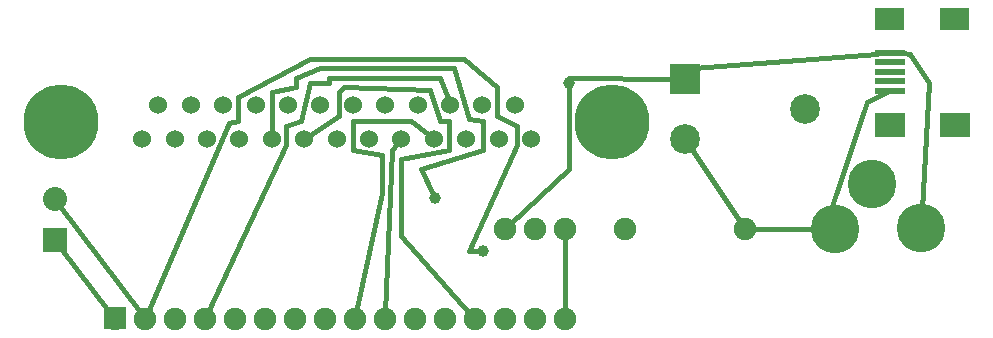
<source format=gtl>
G04 MADE WITH FRITZING*
G04 WWW.FRITZING.ORG*
G04 DOUBLE SIDED*
G04 HOLES PLATED*
G04 CONTOUR ON CENTER OF CONTOUR VECTOR*
%ASAXBY*%
%FSLAX23Y23*%
%MOIN*%
%OFA0B0*%
%SFA1.0B1.0*%
%ADD10C,0.075000*%
%ADD11C,0.162000*%
%ADD12C,0.060000*%
%ADD13C,0.250000*%
%ADD14C,0.099000*%
%ADD15C,0.080000*%
%ADD16C,0.039370*%
%ADD17R,0.075000X0.075000*%
%ADD18R,0.098425X0.019685*%
%ADD19R,0.098425X0.078740*%
%ADD20R,0.099000X0.099000*%
%ADD21R,0.080000X0.080000*%
%ADD22C,0.016000*%
%ADD23R,0.001000X0.001000*%
%LNCOPPER1*%
G90*
G70*
G54D10*
X1648Y377D03*
X1748Y377D03*
X1848Y377D03*
X2048Y377D03*
X2448Y377D03*
X348Y77D03*
X448Y77D03*
X548Y77D03*
X648Y77D03*
X748Y77D03*
X848Y77D03*
X948Y77D03*
X1048Y77D03*
X1148Y77D03*
X1248Y77D03*
X1348Y77D03*
X1448Y77D03*
X1548Y77D03*
X1648Y77D03*
X1748Y77D03*
X1848Y77D03*
G54D11*
X2748Y377D03*
X3037Y378D03*
X2874Y525D03*
X2748Y377D03*
X3037Y378D03*
X2874Y525D03*
G54D12*
X1736Y677D03*
X1628Y677D03*
X1520Y677D03*
X1412Y677D03*
X1304Y677D03*
X1196Y677D03*
X1088Y677D03*
X980Y677D03*
X872Y677D03*
X764Y677D03*
X656Y677D03*
X548Y677D03*
X440Y677D03*
X1682Y789D03*
X1574Y789D03*
X1466Y789D03*
X1358Y789D03*
X1250Y789D03*
X1142Y789D03*
X1034Y789D03*
X926Y789D03*
X818Y789D03*
X710Y789D03*
X602Y789D03*
X494Y789D03*
G54D13*
X2006Y733D03*
X170Y733D03*
G54D14*
X2248Y677D03*
X2248Y877D03*
X2648Y777D03*
G54D15*
X148Y339D03*
X148Y477D03*
G54D16*
X1864Y864D03*
X1576Y304D03*
X1416Y480D03*
G54D17*
X348Y78D03*
G54D18*
X2932Y900D03*
X2932Y869D03*
X2932Y963D03*
X2932Y932D03*
G54D19*
X3148Y723D03*
X2932Y723D03*
G54D18*
X2932Y837D03*
G54D20*
X2248Y877D03*
G54D21*
X148Y339D03*
G54D22*
X1848Y100D02*
X1848Y354D01*
D02*
X1249Y100D02*
X1272Y640D01*
X1272Y640D02*
X1289Y660D01*
D02*
X1394Y691D02*
X1336Y736D01*
X1336Y736D02*
X1144Y736D01*
X1144Y736D02*
X1144Y640D01*
X1144Y640D02*
X1240Y624D01*
X1240Y624D02*
X1240Y496D01*
X1240Y496D02*
X1153Y100D01*
D02*
X1000Y690D02*
X1096Y752D01*
X1096Y752D02*
X1096Y832D01*
X1096Y832D02*
X1112Y848D01*
X1112Y848D02*
X1400Y840D01*
X1400Y840D02*
X1432Y736D01*
X1432Y736D02*
X1464Y736D01*
X1464Y736D02*
X1464Y640D01*
X1464Y640D02*
X1304Y608D01*
X1304Y608D02*
X1304Y352D01*
X1304Y352D02*
X1533Y94D01*
D02*
X1458Y811D02*
X1432Y880D01*
X1432Y880D02*
X1064Y880D01*
X1064Y880D02*
X1064Y864D01*
X1064Y864D02*
X1000Y864D01*
X1000Y864D02*
X968Y736D01*
X968Y736D02*
X920Y720D01*
X920Y720D02*
X920Y656D01*
X920Y656D02*
X658Y98D01*
D02*
X872Y700D02*
X872Y832D01*
X872Y832D02*
X952Y848D01*
X952Y848D02*
X952Y880D01*
X952Y880D02*
X1032Y912D01*
X1032Y912D02*
X1480Y912D01*
X1480Y912D02*
X1528Y744D01*
X1528Y744D02*
X1576Y736D01*
X1576Y736D02*
X1576Y640D01*
X1576Y640D02*
X1368Y576D01*
X1368Y576D02*
X1410Y492D01*
D02*
X2472Y377D02*
X2680Y377D01*
D02*
X2263Y656D02*
X2436Y396D01*
D02*
X2923Y833D02*
X2856Y800D01*
X2856Y800D02*
X2744Y464D01*
X2744Y464D02*
X2745Y446D01*
D02*
X458Y98D02*
X728Y728D01*
X728Y728D02*
X760Y736D01*
X760Y736D02*
X760Y816D01*
X760Y816D02*
X1000Y944D01*
X1000Y944D02*
X1512Y944D01*
X1512Y944D02*
X1624Y848D01*
X1624Y848D02*
X1624Y752D01*
X1624Y752D02*
X1688Y720D01*
X1688Y720D02*
X1688Y656D01*
X1688Y656D02*
X1528Y304D01*
X1528Y304D02*
X1563Y304D01*
D02*
X164Y457D02*
X435Y96D01*
D02*
X334Y96D02*
X164Y319D01*
D02*
X1665Y393D02*
X1864Y576D01*
X1864Y576D02*
X1864Y851D01*
D02*
X2222Y877D02*
X1864Y880D01*
X1864Y880D02*
X1864Y877D01*
D02*
X2888Y960D02*
X2280Y912D01*
X2280Y912D02*
X2266Y897D01*
D02*
X3040Y443D02*
X3064Y864D01*
X3064Y864D02*
X3000Y960D01*
X3000Y960D02*
X2976Y961D01*
G54D23*
X2883Y1112D02*
X2980Y1112D01*
X3099Y1112D02*
X3197Y1112D01*
X2883Y1111D02*
X2980Y1111D01*
X3099Y1111D02*
X3197Y1111D01*
X2883Y1110D02*
X2980Y1110D01*
X3099Y1110D02*
X3197Y1110D01*
X2883Y1109D02*
X2980Y1109D01*
X3099Y1109D02*
X3197Y1109D01*
X2883Y1108D02*
X2980Y1108D01*
X3099Y1108D02*
X3197Y1108D01*
X2883Y1107D02*
X2980Y1107D01*
X3099Y1107D02*
X3197Y1107D01*
X2883Y1106D02*
X2980Y1106D01*
X3099Y1106D02*
X3197Y1106D01*
X2883Y1105D02*
X2980Y1105D01*
X3099Y1105D02*
X3197Y1105D01*
X2883Y1104D02*
X2980Y1104D01*
X3099Y1104D02*
X3197Y1104D01*
X2883Y1103D02*
X2980Y1103D01*
X3099Y1103D02*
X3197Y1103D01*
X2883Y1102D02*
X2980Y1102D01*
X3099Y1102D02*
X3197Y1102D01*
X2883Y1101D02*
X2980Y1101D01*
X3099Y1101D02*
X3197Y1101D01*
X2883Y1100D02*
X2980Y1100D01*
X3099Y1100D02*
X3197Y1100D01*
X2883Y1099D02*
X2980Y1099D01*
X3099Y1099D02*
X3197Y1099D01*
X2883Y1098D02*
X2980Y1098D01*
X3099Y1098D02*
X3197Y1098D01*
X2883Y1097D02*
X2980Y1097D01*
X3099Y1097D02*
X3197Y1097D01*
X2883Y1096D02*
X2980Y1096D01*
X3099Y1096D02*
X3197Y1096D01*
X2883Y1095D02*
X2980Y1095D01*
X3099Y1095D02*
X3197Y1095D01*
X2883Y1094D02*
X2980Y1094D01*
X3099Y1094D02*
X3197Y1094D01*
X2883Y1093D02*
X2980Y1093D01*
X3099Y1093D02*
X3197Y1093D01*
X2883Y1092D02*
X2980Y1092D01*
X3099Y1092D02*
X3197Y1092D01*
X2883Y1091D02*
X2980Y1091D01*
X3099Y1091D02*
X3197Y1091D01*
X2883Y1090D02*
X2980Y1090D01*
X3099Y1090D02*
X3197Y1090D01*
X2883Y1089D02*
X2980Y1089D01*
X3099Y1089D02*
X3197Y1089D01*
X2883Y1088D02*
X2980Y1088D01*
X3099Y1088D02*
X3197Y1088D01*
X2883Y1087D02*
X2980Y1087D01*
X3099Y1087D02*
X3197Y1087D01*
X2883Y1086D02*
X2980Y1086D01*
X3099Y1086D02*
X3197Y1086D01*
X2883Y1085D02*
X2980Y1085D01*
X3099Y1085D02*
X3197Y1085D01*
X2883Y1084D02*
X2980Y1084D01*
X3099Y1084D02*
X3197Y1084D01*
X2883Y1083D02*
X2980Y1083D01*
X3099Y1083D02*
X3197Y1083D01*
X2883Y1082D02*
X2980Y1082D01*
X3099Y1082D02*
X3197Y1082D01*
X2883Y1081D02*
X2980Y1081D01*
X3099Y1081D02*
X3197Y1081D01*
X2883Y1080D02*
X2980Y1080D01*
X3099Y1080D02*
X3197Y1080D01*
X2883Y1079D02*
X2980Y1079D01*
X3099Y1079D02*
X3197Y1079D01*
X2883Y1078D02*
X2980Y1078D01*
X3099Y1078D02*
X3197Y1078D01*
X2883Y1077D02*
X2980Y1077D01*
X3099Y1077D02*
X3197Y1077D01*
X2883Y1076D02*
X2980Y1076D01*
X3099Y1076D02*
X3197Y1076D01*
X2883Y1075D02*
X2980Y1075D01*
X3099Y1075D02*
X3197Y1075D01*
X2883Y1074D02*
X2980Y1074D01*
X3099Y1074D02*
X3197Y1074D01*
X2883Y1073D02*
X2980Y1073D01*
X3099Y1073D02*
X3197Y1073D01*
X2883Y1072D02*
X2980Y1072D01*
X3099Y1072D02*
X3197Y1072D01*
X2883Y1071D02*
X2980Y1071D01*
X3099Y1071D02*
X3197Y1071D01*
X2883Y1070D02*
X2980Y1070D01*
X3099Y1070D02*
X3197Y1070D01*
X2883Y1069D02*
X2980Y1069D01*
X3099Y1069D02*
X3197Y1069D01*
X2883Y1068D02*
X2980Y1068D01*
X3099Y1068D02*
X3197Y1068D01*
X2883Y1067D02*
X2980Y1067D01*
X3099Y1067D02*
X3197Y1067D01*
X2883Y1066D02*
X2980Y1066D01*
X3099Y1066D02*
X3197Y1066D01*
X2883Y1065D02*
X2980Y1065D01*
X3099Y1065D02*
X3197Y1065D01*
X2883Y1064D02*
X2980Y1064D01*
X3099Y1064D02*
X3197Y1064D01*
X2883Y1063D02*
X2980Y1063D01*
X3099Y1063D02*
X3197Y1063D01*
X2883Y1062D02*
X2980Y1062D01*
X3099Y1062D02*
X3197Y1062D01*
X2883Y1061D02*
X2980Y1061D01*
X3099Y1061D02*
X3197Y1061D01*
X2883Y1060D02*
X2980Y1060D01*
X3099Y1060D02*
X3197Y1060D01*
X2883Y1059D02*
X2980Y1059D01*
X3099Y1059D02*
X3197Y1059D01*
X2883Y1058D02*
X2980Y1058D01*
X3099Y1058D02*
X3197Y1058D01*
X2883Y1057D02*
X2980Y1057D01*
X3099Y1057D02*
X3197Y1057D01*
X2883Y1056D02*
X2980Y1056D01*
X3099Y1056D02*
X3197Y1056D01*
X2883Y1055D02*
X2980Y1055D01*
X3099Y1055D02*
X3197Y1055D01*
X2883Y1054D02*
X2980Y1054D01*
X3099Y1054D02*
X3197Y1054D01*
X2883Y1053D02*
X2980Y1053D01*
X3099Y1053D02*
X3197Y1053D01*
X2883Y1052D02*
X2980Y1052D01*
X3099Y1052D02*
X3197Y1052D01*
X2883Y1051D02*
X2980Y1051D01*
X3099Y1051D02*
X3197Y1051D01*
X2883Y1050D02*
X2980Y1050D01*
X3099Y1050D02*
X3197Y1050D01*
X2883Y1049D02*
X2980Y1049D01*
X3099Y1049D02*
X3197Y1049D01*
X2883Y1048D02*
X2980Y1048D01*
X3099Y1048D02*
X3197Y1048D01*
X2883Y1047D02*
X2980Y1047D01*
X3099Y1047D02*
X3197Y1047D01*
X2883Y1046D02*
X2980Y1046D01*
X3099Y1046D02*
X3197Y1046D01*
X2883Y1045D02*
X2980Y1045D01*
X3099Y1045D02*
X3197Y1045D01*
X2883Y1044D02*
X2980Y1044D01*
X3099Y1044D02*
X3197Y1044D01*
X2883Y1043D02*
X2980Y1043D01*
X3099Y1043D02*
X3197Y1043D01*
X2883Y1042D02*
X2980Y1042D01*
X3099Y1042D02*
X3197Y1042D01*
X2883Y1041D02*
X2980Y1041D01*
X3099Y1041D02*
X3197Y1041D01*
X2883Y1040D02*
X2980Y1040D01*
X3099Y1040D02*
X3197Y1040D01*
X2883Y1039D02*
X2980Y1039D01*
X3099Y1039D02*
X3197Y1039D01*
D02*
G04 End of Copper1*
M02*
</source>
